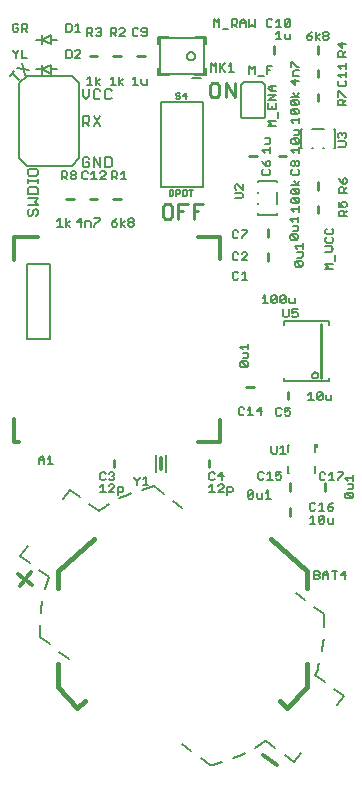
<source format=gbr>
G75*
%MOIN*%
%OFA0B0*%
%FSLAX25Y25*%
%IPPOS*%
%LPD*%
%AMOC8*
5,1,8,0,0,1.08239X$1,22.5*
%
%ADD10C,0.00600*%
%ADD11C,0.00900*%
%ADD12C,0.00500*%
%ADD13C,0.00800*%
%ADD14C,0.01000*%
%ADD15C,0.01600*%
%ADD16C,0.01200*%
%ADD17C,0.01181*%
%ADD18R,0.01378X0.01378*%
D10*
X0025891Y0227128D02*
X0025891Y0224859D01*
X0027025Y0223725D01*
X0028159Y0224859D01*
X0028159Y0227128D01*
X0031842Y0226561D02*
X0031275Y0227128D01*
X0030141Y0227128D01*
X0029574Y0226561D01*
X0029574Y0224292D01*
X0030141Y0223725D01*
X0031275Y0223725D01*
X0031842Y0224292D01*
X0035525Y0226561D02*
X0034958Y0227128D01*
X0033824Y0227128D01*
X0033257Y0226561D01*
X0033257Y0224292D01*
X0033824Y0223725D01*
X0034958Y0223725D01*
X0035525Y0224292D01*
X0028159Y0203923D02*
X0027592Y0204490D01*
X0026458Y0204490D01*
X0025891Y0203923D01*
X0025891Y0201655D01*
X0026458Y0201087D01*
X0027592Y0201087D01*
X0028159Y0201655D01*
X0028159Y0202789D01*
X0027025Y0202789D01*
X0029574Y0201087D02*
X0029574Y0204490D01*
X0031842Y0201087D01*
X0031842Y0204490D01*
X0033257Y0204490D02*
X0033257Y0201087D01*
X0034958Y0201087D01*
X0035525Y0201655D01*
X0035525Y0203923D01*
X0034958Y0204490D01*
X0033257Y0204490D01*
X0004739Y0230065D02*
X0002333Y0232471D01*
X0001531Y0231669D02*
X0003135Y0233273D01*
X0004135Y0234273D02*
X0008145Y0233471D01*
X0006541Y0231867D02*
X0005739Y0235878D01*
X0025891Y0214867D02*
X0025891Y0218270D01*
X0027592Y0218270D01*
X0028159Y0217703D01*
X0028159Y0216568D01*
X0027592Y0216001D01*
X0025891Y0216001D01*
X0027025Y0216001D02*
X0028159Y0214867D01*
X0031842Y0214867D02*
X0029574Y0218270D01*
X0031842Y0218270D02*
X0029574Y0214867D01*
X0008183Y0187116D02*
X0007616Y0186549D01*
X0007616Y0185414D01*
X0008183Y0184847D01*
X0008750Y0184847D01*
X0009317Y0185414D01*
X0009317Y0186549D01*
X0009885Y0187116D01*
X0010452Y0187116D01*
X0011019Y0186549D01*
X0011019Y0185414D01*
X0010452Y0184847D01*
X0007616Y0188530D02*
X0011019Y0188530D01*
X0009885Y0189665D01*
X0011019Y0190799D01*
X0007616Y0190799D01*
X0007616Y0192214D02*
X0011019Y0192214D01*
X0011019Y0193915D01*
X0010452Y0194482D01*
X0008183Y0194482D01*
X0007616Y0193915D01*
X0007616Y0192214D01*
X0011019Y0195897D02*
X0011019Y0197031D01*
X0011019Y0196464D02*
X0007616Y0196464D01*
X0007616Y0195897D02*
X0007616Y0197031D01*
X0007616Y0200054D02*
X0007616Y0198919D01*
X0008183Y0198352D01*
X0010452Y0198352D01*
X0011019Y0198919D01*
X0011019Y0200054D01*
X0010452Y0200621D01*
X0008183Y0200621D01*
X0007616Y0200054D01*
X0084409Y0185346D02*
X0090787Y0185346D01*
X0090787Y0196543D02*
X0084409Y0196543D01*
X0090787Y0193000D02*
X0090787Y0188890D01*
X0084409Y0192630D02*
X0084409Y0193000D01*
X0084409Y0189260D02*
X0084409Y0188890D01*
X0084409Y0196173D02*
X0084409Y0196543D01*
X0084409Y0185717D02*
X0084409Y0185346D01*
X0090787Y0185346D02*
X0090787Y0185717D01*
X0090787Y0196173D02*
X0090787Y0196543D01*
X0078677Y0218425D02*
X0078677Y0228425D01*
X0086677Y0218425D02*
X0086675Y0218365D01*
X0086670Y0218304D01*
X0086661Y0218245D01*
X0086648Y0218186D01*
X0086632Y0218127D01*
X0086612Y0218070D01*
X0086589Y0218015D01*
X0086562Y0217960D01*
X0086533Y0217908D01*
X0086500Y0217857D01*
X0086464Y0217808D01*
X0086426Y0217762D01*
X0086384Y0217718D01*
X0086340Y0217676D01*
X0086294Y0217638D01*
X0086245Y0217602D01*
X0086194Y0217569D01*
X0086142Y0217540D01*
X0086087Y0217513D01*
X0086032Y0217490D01*
X0085975Y0217470D01*
X0085916Y0217454D01*
X0085857Y0217441D01*
X0085798Y0217432D01*
X0085737Y0217427D01*
X0085677Y0217425D01*
X0086677Y0228425D02*
X0086675Y0228485D01*
X0086670Y0228546D01*
X0086661Y0228605D01*
X0086648Y0228664D01*
X0086632Y0228723D01*
X0086612Y0228780D01*
X0086589Y0228835D01*
X0086562Y0228890D01*
X0086533Y0228942D01*
X0086500Y0228993D01*
X0086464Y0229042D01*
X0086426Y0229088D01*
X0086384Y0229132D01*
X0086340Y0229174D01*
X0086294Y0229212D01*
X0086245Y0229248D01*
X0086194Y0229281D01*
X0086142Y0229310D01*
X0086087Y0229337D01*
X0086032Y0229360D01*
X0085975Y0229380D01*
X0085916Y0229396D01*
X0085857Y0229409D01*
X0085798Y0229418D01*
X0085737Y0229423D01*
X0085677Y0229425D01*
X0079677Y0229425D02*
X0079617Y0229423D01*
X0079556Y0229418D01*
X0079497Y0229409D01*
X0079438Y0229396D01*
X0079379Y0229380D01*
X0079322Y0229360D01*
X0079267Y0229337D01*
X0079212Y0229310D01*
X0079160Y0229281D01*
X0079109Y0229248D01*
X0079060Y0229212D01*
X0079014Y0229174D01*
X0078970Y0229132D01*
X0078928Y0229088D01*
X0078890Y0229042D01*
X0078854Y0228993D01*
X0078821Y0228942D01*
X0078792Y0228890D01*
X0078765Y0228835D01*
X0078742Y0228780D01*
X0078722Y0228723D01*
X0078706Y0228664D01*
X0078693Y0228605D01*
X0078684Y0228546D01*
X0078679Y0228485D01*
X0078677Y0228425D01*
X0078677Y0218425D02*
X0078679Y0218365D01*
X0078684Y0218304D01*
X0078693Y0218245D01*
X0078706Y0218186D01*
X0078722Y0218127D01*
X0078742Y0218070D01*
X0078765Y0218015D01*
X0078792Y0217960D01*
X0078821Y0217908D01*
X0078854Y0217857D01*
X0078890Y0217808D01*
X0078928Y0217762D01*
X0078970Y0217718D01*
X0079014Y0217676D01*
X0079060Y0217638D01*
X0079109Y0217602D01*
X0079160Y0217569D01*
X0079212Y0217540D01*
X0079267Y0217513D01*
X0079322Y0217490D01*
X0079379Y0217470D01*
X0079438Y0217454D01*
X0079497Y0217441D01*
X0079556Y0217432D01*
X0079617Y0217427D01*
X0079677Y0217425D01*
X0085677Y0217425D01*
X0085677Y0229425D02*
X0079677Y0229425D01*
X0086677Y0228425D02*
X0086677Y0218425D01*
X0109929Y0213819D02*
X0109929Y0207441D01*
X0098732Y0207441D02*
X0098732Y0213819D01*
X0102276Y0213819D02*
X0106386Y0213819D01*
X0102646Y0207441D02*
X0102276Y0207441D01*
X0106016Y0207441D02*
X0106386Y0207441D01*
X0099102Y0207441D02*
X0098732Y0207441D01*
X0109559Y0207441D02*
X0109929Y0207441D01*
X0109929Y0213819D02*
X0109559Y0213819D01*
X0099102Y0213819D02*
X0098732Y0213819D01*
D11*
X0054967Y0188717D02*
X0053399Y0188717D01*
X0052615Y0187933D01*
X0052615Y0184797D01*
X0053399Y0184013D01*
X0054967Y0184013D01*
X0055751Y0184797D01*
X0055751Y0187933D01*
X0054967Y0188717D01*
X0057772Y0184013D02*
X0057772Y0188717D01*
X0060908Y0188717D01*
X0059340Y0186365D02*
X0057772Y0186365D01*
X0062928Y0184013D02*
X0062928Y0188717D01*
X0066064Y0188717D01*
X0064496Y0186365D02*
X0062928Y0186365D01*
X0070715Y0229071D02*
X0069147Y0229071D01*
X0068363Y0228287D01*
X0068363Y0225151D01*
X0069147Y0224367D01*
X0070715Y0224367D01*
X0071499Y0225151D01*
X0071499Y0228287D01*
X0070715Y0229071D01*
X0073520Y0224367D02*
X0073520Y0229071D01*
X0076656Y0224367D01*
X0076656Y0229071D01*
D12*
X0109494Y0167081D02*
X0106792Y0167081D01*
X0107693Y0167981D01*
X0106792Y0168882D01*
X0109494Y0168882D01*
X0109944Y0170027D02*
X0109944Y0171829D01*
X0106792Y0172974D02*
X0108593Y0172974D01*
X0109494Y0173875D01*
X0108593Y0174775D01*
X0106792Y0174775D01*
X0107242Y0177722D02*
X0106792Y0177271D01*
X0106792Y0176371D01*
X0107242Y0175920D01*
X0109044Y0175920D01*
X0109494Y0176371D01*
X0109494Y0177271D01*
X0109044Y0177722D01*
X0107242Y0180668D02*
X0106792Y0180218D01*
X0106792Y0179317D01*
X0107242Y0178867D01*
X0109044Y0178867D01*
X0109494Y0179317D01*
X0109494Y0180218D01*
X0109044Y0180668D01*
X0081451Y0232041D02*
X0081451Y0234744D01*
X0082352Y0233843D01*
X0083252Y0234744D01*
X0083252Y0232041D01*
X0084397Y0231591D02*
X0086199Y0231591D01*
X0087344Y0232041D02*
X0087344Y0234744D01*
X0089145Y0234744D01*
X0088245Y0233392D02*
X0087344Y0233392D01*
X0069640Y0247789D02*
X0069640Y0250492D01*
X0070541Y0249591D01*
X0071441Y0250492D01*
X0071441Y0247789D01*
X0072586Y0247339D02*
X0074388Y0247339D01*
X0075533Y0247789D02*
X0075533Y0250492D01*
X0076884Y0250492D01*
X0077334Y0250041D01*
X0077334Y0249141D01*
X0076884Y0248690D01*
X0075533Y0248690D01*
X0076434Y0248690D02*
X0077334Y0247789D01*
X0078479Y0247789D02*
X0078479Y0249591D01*
X0079380Y0250492D01*
X0080281Y0249591D01*
X0080281Y0247789D01*
X0080281Y0249141D02*
X0078479Y0249141D01*
X0081426Y0250492D02*
X0081426Y0247789D01*
X0082327Y0248690D01*
X0083227Y0247789D01*
X0083227Y0250492D01*
X0103104Y0063734D02*
X0103104Y0066437D01*
X0104455Y0066437D01*
X0104906Y0065986D01*
X0104906Y0065536D01*
X0104455Y0065085D01*
X0104906Y0064635D01*
X0104906Y0064185D01*
X0104455Y0063734D01*
X0103104Y0063734D01*
X0103104Y0065085D02*
X0104455Y0065085D01*
X0106051Y0063734D02*
X0106051Y0065536D01*
X0106952Y0066437D01*
X0107852Y0065536D01*
X0107852Y0063734D01*
X0107852Y0065085D02*
X0106051Y0065085D01*
X0109898Y0063734D02*
X0109898Y0066437D01*
X0108997Y0066437D02*
X0110799Y0066437D01*
X0113295Y0063734D02*
X0113295Y0066437D01*
X0111944Y0065085D01*
X0113745Y0065085D01*
X0020427Y0240157D02*
X0020427Y0237455D01*
X0021778Y0237455D01*
X0022229Y0237905D01*
X0022229Y0239707D01*
X0021778Y0240157D01*
X0020427Y0240157D01*
X0025175Y0237455D02*
X0023374Y0237455D01*
X0025175Y0239256D01*
X0025175Y0239707D01*
X0024725Y0240157D01*
X0023824Y0240157D01*
X0023374Y0239707D01*
X0002711Y0240157D02*
X0002711Y0239707D01*
X0003611Y0238806D01*
X0004512Y0239707D01*
X0004512Y0240157D01*
X0003611Y0238806D02*
X0003611Y0237455D01*
X0005657Y0240157D02*
X0005657Y0237455D01*
X0007459Y0237455D01*
X0020427Y0249015D02*
X0020427Y0246313D01*
X0021778Y0246313D01*
X0022229Y0246763D01*
X0022229Y0248565D01*
X0021778Y0249015D01*
X0020427Y0249015D01*
X0023374Y0248115D02*
X0024274Y0249015D01*
X0024274Y0246313D01*
X0023374Y0246313D02*
X0025175Y0246313D01*
X0004512Y0248565D02*
X0004062Y0249015D01*
X0003161Y0249015D01*
X0002711Y0248565D01*
X0002711Y0246763D01*
X0003161Y0246313D01*
X0004062Y0246313D01*
X0004512Y0246763D01*
X0004512Y0247664D01*
X0003611Y0247664D01*
X0005657Y0246313D02*
X0005657Y0249015D01*
X0007008Y0249015D01*
X0007459Y0248565D01*
X0007459Y0247664D01*
X0007008Y0247214D01*
X0005657Y0247214D01*
X0006558Y0247214D02*
X0007459Y0246313D01*
X0027317Y0244837D02*
X0027317Y0247539D01*
X0028668Y0247539D01*
X0029118Y0247089D01*
X0029118Y0246188D01*
X0028668Y0245737D01*
X0027317Y0245737D01*
X0028218Y0245737D02*
X0029118Y0244837D01*
X0030263Y0247089D02*
X0030714Y0247539D01*
X0031615Y0247539D01*
X0032065Y0247089D01*
X0032065Y0246638D01*
X0031615Y0246188D01*
X0031164Y0246188D01*
X0031615Y0246188D02*
X0032065Y0245737D01*
X0032065Y0245287D01*
X0031615Y0244837D01*
X0030714Y0244837D01*
X0030263Y0245287D01*
X0027317Y0230398D02*
X0028218Y0231299D01*
X0028218Y0228596D01*
X0029118Y0228596D02*
X0027317Y0228596D01*
X0030263Y0228596D02*
X0030263Y0231299D01*
X0031615Y0228596D02*
X0030263Y0229497D01*
X0031615Y0230398D01*
X0035191Y0244837D02*
X0035191Y0247539D01*
X0036542Y0247539D01*
X0036992Y0247089D01*
X0036992Y0246188D01*
X0036542Y0245737D01*
X0035191Y0245737D01*
X0036092Y0245737D02*
X0036992Y0244837D01*
X0039939Y0244837D02*
X0038137Y0244837D01*
X0039939Y0246638D01*
X0039939Y0247089D01*
X0039489Y0247539D01*
X0038588Y0247539D01*
X0038137Y0247089D01*
X0035191Y0230398D02*
X0036092Y0231299D01*
X0036092Y0228596D01*
X0036992Y0228596D02*
X0035191Y0228596D01*
X0038137Y0228596D02*
X0038137Y0231299D01*
X0039489Y0228596D02*
X0038137Y0229497D01*
X0039489Y0230398D01*
X0077839Y0165888D02*
X0077389Y0166338D01*
X0076488Y0166338D01*
X0076037Y0165888D01*
X0076037Y0164086D01*
X0076488Y0163636D01*
X0077389Y0163636D01*
X0077839Y0164086D01*
X0078984Y0165437D02*
X0079885Y0166338D01*
X0079885Y0163636D01*
X0080785Y0163636D02*
X0078984Y0163636D01*
X0085880Y0157563D02*
X0086781Y0158464D01*
X0086781Y0155762D01*
X0087681Y0155762D02*
X0085880Y0155762D01*
X0088826Y0156212D02*
X0088826Y0158014D01*
X0089277Y0158464D01*
X0090178Y0158464D01*
X0090628Y0158014D01*
X0090628Y0156212D01*
X0090178Y0155762D01*
X0089277Y0155762D01*
X0088826Y0156212D01*
X0090628Y0158014D01*
X0091773Y0156212D02*
X0091773Y0158014D01*
X0092223Y0158464D01*
X0093124Y0158464D01*
X0093574Y0158014D01*
X0093574Y0156212D01*
X0093124Y0155762D01*
X0092223Y0155762D01*
X0091773Y0156212D01*
X0093574Y0158014D01*
X0094719Y0157563D02*
X0094719Y0156212D01*
X0095170Y0155762D01*
X0096521Y0155762D01*
X0096521Y0157563D01*
X0086081Y0200378D02*
X0085630Y0199928D01*
X0085630Y0199027D01*
X0086081Y0198577D01*
X0087882Y0198577D01*
X0088333Y0199027D01*
X0088333Y0199928D01*
X0087882Y0200378D01*
X0085630Y0203325D02*
X0086081Y0202424D01*
X0086982Y0201523D01*
X0087882Y0201523D01*
X0088333Y0201974D01*
X0088333Y0202874D01*
X0087882Y0203325D01*
X0087432Y0203325D01*
X0086982Y0202874D01*
X0086982Y0201523D01*
X0086531Y0205959D02*
X0085630Y0206859D01*
X0088333Y0206859D01*
X0088333Y0205959D02*
X0088333Y0207760D01*
X0086531Y0208905D02*
X0087882Y0208905D01*
X0088333Y0209356D01*
X0088333Y0210707D01*
X0086531Y0210707D01*
X0095923Y0200378D02*
X0095473Y0199928D01*
X0095473Y0199027D01*
X0095923Y0198577D01*
X0097725Y0198577D01*
X0098175Y0199027D01*
X0098175Y0199928D01*
X0097725Y0200378D01*
X0095923Y0201523D02*
X0095473Y0201974D01*
X0095473Y0202874D01*
X0095923Y0203325D01*
X0096374Y0203325D01*
X0096824Y0202874D01*
X0097274Y0203325D01*
X0097725Y0203325D01*
X0098175Y0202874D01*
X0098175Y0201974D01*
X0097725Y0201523D01*
X0097274Y0201523D01*
X0096824Y0201974D01*
X0096374Y0201523D01*
X0095923Y0201523D01*
X0096824Y0201974D02*
X0096824Y0202874D01*
X0096374Y0205959D02*
X0095473Y0206859D01*
X0098175Y0206859D01*
X0098175Y0205959D02*
X0098175Y0207760D01*
X0097725Y0208905D02*
X0095923Y0208905D01*
X0095473Y0209356D01*
X0095473Y0210256D01*
X0095923Y0210707D01*
X0097725Y0210707D01*
X0098175Y0210256D01*
X0098175Y0209356D01*
X0097725Y0208905D01*
X0095923Y0210707D01*
X0096374Y0211852D02*
X0097725Y0211852D01*
X0098175Y0212302D01*
X0098175Y0213653D01*
X0096374Y0213653D01*
X0113923Y0184797D02*
X0111221Y0184797D01*
X0111221Y0186148D01*
X0111671Y0186599D01*
X0112572Y0186599D01*
X0113022Y0186148D01*
X0113022Y0184797D01*
X0113022Y0185698D02*
X0113923Y0186599D01*
X0111221Y0189545D02*
X0111221Y0187744D01*
X0112572Y0187744D01*
X0112122Y0188645D01*
X0112122Y0189095D01*
X0112572Y0189545D01*
X0113473Y0189545D01*
X0113923Y0189095D01*
X0113923Y0188194D01*
X0113473Y0187744D01*
X0111426Y0229925D02*
X0110976Y0229474D01*
X0110976Y0228573D01*
X0111426Y0228123D01*
X0113228Y0228123D01*
X0113678Y0228573D01*
X0113678Y0229474D01*
X0113228Y0229925D01*
X0111877Y0231070D02*
X0110976Y0231970D01*
X0113678Y0231970D01*
X0113678Y0231070D02*
X0113678Y0232871D01*
X0111877Y0234016D02*
X0110976Y0234917D01*
X0113678Y0234917D01*
X0113678Y0234016D02*
X0113678Y0235818D01*
X0097930Y0229966D02*
X0095228Y0229966D01*
X0096579Y0228615D01*
X0096579Y0230417D01*
X0097930Y0231562D02*
X0096129Y0231562D01*
X0096129Y0232913D01*
X0096579Y0233363D01*
X0097930Y0233363D01*
X0095228Y0234508D02*
X0095228Y0236310D01*
X0095678Y0236310D01*
X0097480Y0234508D01*
X0097930Y0234508D01*
X0076527Y0190715D02*
X0078779Y0190715D01*
X0079230Y0191166D01*
X0079230Y0192066D01*
X0078779Y0192517D01*
X0076527Y0192517D01*
X0079230Y0195463D02*
X0079230Y0193662D01*
X0077428Y0195463D01*
X0076978Y0195463D01*
X0076527Y0195013D01*
X0076527Y0194112D01*
X0076978Y0193662D01*
X0092195Y0120528D02*
X0091745Y0120978D01*
X0090844Y0120978D01*
X0090393Y0120528D01*
X0090393Y0118726D01*
X0090844Y0118276D01*
X0091745Y0118276D01*
X0092195Y0118726D01*
X0095142Y0120978D02*
X0093340Y0120978D01*
X0093340Y0119627D01*
X0094241Y0120077D01*
X0094691Y0120077D01*
X0095142Y0119627D01*
X0095142Y0118726D01*
X0094691Y0118276D01*
X0093790Y0118276D01*
X0093340Y0118726D01*
X0101155Y0125328D02*
X0102055Y0126229D01*
X0102055Y0123526D01*
X0101155Y0123526D02*
X0102956Y0123526D01*
X0104101Y0123977D02*
X0104101Y0125778D01*
X0104551Y0126229D01*
X0105452Y0126229D01*
X0105903Y0125778D01*
X0105903Y0123977D01*
X0105452Y0123526D01*
X0104551Y0123526D01*
X0104101Y0123977D01*
X0105903Y0125778D01*
X0107048Y0125328D02*
X0107048Y0123977D01*
X0107498Y0123526D01*
X0108849Y0123526D01*
X0108849Y0125328D01*
X0043065Y0097933D02*
X0043065Y0097482D01*
X0043966Y0096581D01*
X0044866Y0097482D01*
X0044866Y0097933D01*
X0043966Y0096581D02*
X0043966Y0095230D01*
X0046011Y0097032D02*
X0046912Y0097933D01*
X0046912Y0095230D01*
X0046011Y0095230D02*
X0047813Y0095230D01*
X0033548Y0098959D02*
X0033097Y0099409D01*
X0032196Y0099409D01*
X0031746Y0098959D01*
X0031746Y0097157D01*
X0032196Y0096707D01*
X0033097Y0096707D01*
X0033548Y0097157D01*
X0034693Y0098959D02*
X0035143Y0099409D01*
X0036044Y0099409D01*
X0036494Y0098959D01*
X0036494Y0098508D01*
X0036044Y0098058D01*
X0035593Y0098058D01*
X0036044Y0098058D02*
X0036494Y0097607D01*
X0036494Y0097157D01*
X0036044Y0096707D01*
X0035143Y0096707D01*
X0034693Y0097157D01*
X0031746Y0094571D02*
X0032647Y0095472D01*
X0032647Y0092770D01*
X0031746Y0092770D02*
X0033548Y0092770D01*
X0036494Y0092770D02*
X0034693Y0092770D01*
X0036494Y0094571D01*
X0036494Y0095022D01*
X0036044Y0095472D01*
X0035143Y0095472D01*
X0034693Y0095022D01*
X0037639Y0091869D02*
X0037639Y0094571D01*
X0038990Y0094571D01*
X0039441Y0094121D01*
X0039441Y0093220D01*
X0038990Y0092770D01*
X0037639Y0092770D01*
X0069965Y0098959D02*
X0069515Y0099409D01*
X0068614Y0099409D01*
X0068163Y0098959D01*
X0068163Y0097157D01*
X0068614Y0096707D01*
X0069515Y0096707D01*
X0069965Y0097157D01*
X0072461Y0096707D02*
X0072461Y0099409D01*
X0071110Y0098058D01*
X0072911Y0098058D01*
X0068163Y0094571D02*
X0069064Y0095472D01*
X0069064Y0092770D01*
X0068163Y0092770D02*
X0069965Y0092770D01*
X0072911Y0092770D02*
X0071110Y0092770D01*
X0072911Y0094571D01*
X0072911Y0095022D01*
X0072461Y0095472D01*
X0071560Y0095472D01*
X0071110Y0095022D01*
X0074056Y0091869D02*
X0074056Y0094571D01*
X0075408Y0094571D01*
X0075858Y0094121D01*
X0075858Y0093220D01*
X0075408Y0092770D01*
X0074056Y0092770D01*
X0090423Y0214704D02*
X0087721Y0214704D01*
X0088622Y0215604D01*
X0087721Y0216505D01*
X0090423Y0216505D01*
X0090873Y0217650D02*
X0090873Y0219452D01*
X0087721Y0222398D02*
X0087721Y0220597D01*
X0090423Y0220597D01*
X0090423Y0222398D01*
X0089072Y0221497D02*
X0089072Y0220597D01*
X0090423Y0223543D02*
X0087721Y0223543D01*
X0090423Y0225345D01*
X0087721Y0225345D01*
X0090423Y0226490D02*
X0088622Y0226490D01*
X0087721Y0227390D01*
X0088622Y0228291D01*
X0090423Y0228291D01*
X0089072Y0228291D02*
X0089072Y0226490D01*
X0007402Y0168701D02*
X0014902Y0168701D01*
X0014902Y0143701D01*
X0007402Y0143701D01*
X0007402Y0168701D01*
X0011325Y0102089D02*
X0011325Y0103891D01*
X0012226Y0104792D01*
X0013127Y0103891D01*
X0013127Y0102089D01*
X0013127Y0103441D02*
X0011325Y0103441D01*
X0014272Y0103891D02*
X0015173Y0104792D01*
X0015173Y0102089D01*
X0014272Y0102089D02*
X0016074Y0102089D01*
X0077839Y0179667D02*
X0077389Y0180118D01*
X0076488Y0180118D01*
X0076037Y0179667D01*
X0076037Y0177866D01*
X0076488Y0177415D01*
X0077389Y0177415D01*
X0077839Y0177866D01*
X0078984Y0180118D02*
X0080785Y0180118D01*
X0080785Y0179667D01*
X0078984Y0177866D01*
X0078984Y0177415D01*
X0097233Y0176923D02*
X0095431Y0176923D01*
X0094981Y0177374D01*
X0094981Y0178274D01*
X0095431Y0178725D01*
X0097233Y0178725D01*
X0097683Y0178274D01*
X0097683Y0177374D01*
X0097233Y0176923D01*
X0095431Y0178725D01*
X0095882Y0179870D02*
X0097233Y0179870D01*
X0097683Y0180320D01*
X0097683Y0181671D01*
X0095882Y0181671D01*
X0095882Y0182816D02*
X0094981Y0183717D01*
X0097683Y0183717D01*
X0097683Y0182816D02*
X0097683Y0184618D01*
X0110976Y0207940D02*
X0113228Y0207940D01*
X0113678Y0208390D01*
X0113678Y0209291D01*
X0113228Y0209741D01*
X0110976Y0209741D01*
X0111426Y0210886D02*
X0110976Y0211337D01*
X0110976Y0212237D01*
X0111426Y0212688D01*
X0111877Y0212688D01*
X0112327Y0212237D01*
X0112327Y0211787D01*
X0112327Y0212237D02*
X0112778Y0212688D01*
X0113228Y0212688D01*
X0113678Y0212237D01*
X0113678Y0211337D01*
X0113228Y0210886D01*
X0066457Y0244094D02*
X0066457Y0232283D01*
X0051654Y0232283D01*
X0051654Y0244094D01*
X0066457Y0244094D01*
X0060616Y0238189D02*
X0060618Y0238263D01*
X0060624Y0238337D01*
X0060634Y0238410D01*
X0060647Y0238483D01*
X0060665Y0238555D01*
X0060686Y0238626D01*
X0060712Y0238696D01*
X0060740Y0238764D01*
X0060773Y0238831D01*
X0060809Y0238896D01*
X0060848Y0238958D01*
X0060891Y0239019D01*
X0060936Y0239077D01*
X0060985Y0239133D01*
X0061037Y0239186D01*
X0061091Y0239237D01*
X0061148Y0239284D01*
X0061208Y0239328D01*
X0061270Y0239369D01*
X0061334Y0239407D01*
X0061399Y0239441D01*
X0061467Y0239471D01*
X0061536Y0239498D01*
X0061606Y0239522D01*
X0061678Y0239541D01*
X0061750Y0239557D01*
X0061823Y0239569D01*
X0061897Y0239577D01*
X0061971Y0239581D01*
X0062045Y0239581D01*
X0062119Y0239577D01*
X0062193Y0239569D01*
X0062266Y0239557D01*
X0062338Y0239541D01*
X0062410Y0239522D01*
X0062480Y0239498D01*
X0062549Y0239471D01*
X0062617Y0239441D01*
X0062682Y0239407D01*
X0062746Y0239369D01*
X0062808Y0239328D01*
X0062868Y0239284D01*
X0062925Y0239237D01*
X0062979Y0239186D01*
X0063031Y0239133D01*
X0063080Y0239077D01*
X0063125Y0239019D01*
X0063168Y0238958D01*
X0063207Y0238896D01*
X0063243Y0238831D01*
X0063276Y0238764D01*
X0063304Y0238696D01*
X0063330Y0238626D01*
X0063351Y0238555D01*
X0063369Y0238483D01*
X0063382Y0238410D01*
X0063392Y0238337D01*
X0063398Y0238263D01*
X0063400Y0238189D01*
X0063398Y0238115D01*
X0063392Y0238041D01*
X0063382Y0237968D01*
X0063369Y0237895D01*
X0063351Y0237823D01*
X0063330Y0237752D01*
X0063304Y0237682D01*
X0063276Y0237614D01*
X0063243Y0237547D01*
X0063207Y0237482D01*
X0063168Y0237420D01*
X0063125Y0237359D01*
X0063080Y0237301D01*
X0063031Y0237245D01*
X0062979Y0237192D01*
X0062925Y0237141D01*
X0062868Y0237094D01*
X0062808Y0237050D01*
X0062746Y0237009D01*
X0062682Y0236971D01*
X0062617Y0236937D01*
X0062549Y0236907D01*
X0062480Y0236880D01*
X0062410Y0236856D01*
X0062338Y0236837D01*
X0062266Y0236821D01*
X0062193Y0236809D01*
X0062119Y0236801D01*
X0062045Y0236797D01*
X0061971Y0236797D01*
X0061897Y0236801D01*
X0061823Y0236809D01*
X0061750Y0236821D01*
X0061678Y0236837D01*
X0061606Y0236856D01*
X0061536Y0236880D01*
X0061467Y0236907D01*
X0061399Y0236937D01*
X0061334Y0236971D01*
X0061270Y0237009D01*
X0061208Y0237050D01*
X0061148Y0237094D01*
X0061091Y0237141D01*
X0061037Y0237192D01*
X0060985Y0237245D01*
X0060936Y0237301D01*
X0060891Y0237359D01*
X0060848Y0237420D01*
X0060809Y0237482D01*
X0060773Y0237547D01*
X0060740Y0237614D01*
X0060712Y0237682D01*
X0060686Y0237752D01*
X0060665Y0237823D01*
X0060647Y0237895D01*
X0060634Y0237968D01*
X0060624Y0238041D01*
X0060618Y0238115D01*
X0060616Y0238189D01*
X0062402Y0230906D02*
X0065354Y0230906D01*
X0066929Y0242126D02*
X0066929Y0244488D01*
X0063386Y0244488D01*
X0066929Y0234252D02*
X0066929Y0231890D01*
X0063386Y0231890D01*
X0054724Y0231890D02*
X0051181Y0231890D01*
X0051181Y0234252D01*
X0054724Y0244488D02*
X0051181Y0244488D01*
X0051181Y0242126D01*
X0068656Y0233026D02*
X0068656Y0235728D01*
X0069556Y0234827D01*
X0070457Y0235728D01*
X0070457Y0233026D01*
X0071602Y0233026D02*
X0071602Y0235728D01*
X0071602Y0233926D02*
X0073404Y0235728D01*
X0072052Y0234377D02*
X0073404Y0233026D01*
X0074549Y0234827D02*
X0075449Y0235728D01*
X0075449Y0233026D01*
X0074549Y0233026D02*
X0076350Y0233026D01*
X0044374Y0247089D02*
X0043924Y0247539D01*
X0043023Y0247539D01*
X0042573Y0247089D01*
X0042573Y0245287D01*
X0043023Y0244837D01*
X0043924Y0244837D01*
X0044374Y0245287D01*
X0045519Y0245287D02*
X0045970Y0244837D01*
X0046870Y0244837D01*
X0047321Y0245287D01*
X0047321Y0247089D01*
X0046870Y0247539D01*
X0045970Y0247539D01*
X0045519Y0247089D01*
X0045519Y0246638D01*
X0045970Y0246188D01*
X0047321Y0246188D01*
X0042573Y0230398D02*
X0043474Y0231299D01*
X0043474Y0228596D01*
X0044374Y0228596D02*
X0042573Y0228596D01*
X0045519Y0230398D02*
X0045519Y0229047D01*
X0045970Y0228596D01*
X0047321Y0228596D01*
X0047321Y0230398D01*
X0113923Y0192671D02*
X0111221Y0192671D01*
X0111221Y0194022D01*
X0111671Y0194473D01*
X0112572Y0194473D01*
X0113022Y0194022D01*
X0113022Y0192671D01*
X0113022Y0193572D02*
X0113923Y0194473D01*
X0111221Y0197419D02*
X0111671Y0196519D01*
X0112572Y0195618D01*
X0113473Y0195618D01*
X0113923Y0196068D01*
X0113923Y0196969D01*
X0113473Y0197419D01*
X0113022Y0197419D01*
X0112572Y0196969D01*
X0112572Y0195618D01*
X0096374Y0186274D02*
X0095473Y0187174D01*
X0098175Y0187174D01*
X0098175Y0186274D02*
X0098175Y0188075D01*
X0097725Y0189220D02*
X0095923Y0189220D01*
X0095473Y0189671D01*
X0095473Y0190571D01*
X0095923Y0191022D01*
X0097725Y0191022D01*
X0098175Y0190571D01*
X0098175Y0189671D01*
X0097725Y0189220D01*
X0095923Y0191022D01*
X0097725Y0192167D02*
X0095923Y0192167D01*
X0095473Y0192617D01*
X0095473Y0193518D01*
X0095923Y0193968D01*
X0097725Y0193968D01*
X0098175Y0193518D01*
X0098175Y0192617D01*
X0097725Y0192167D01*
X0095923Y0193968D01*
X0095473Y0195113D02*
X0098175Y0195113D01*
X0098175Y0196464D02*
X0097274Y0195113D01*
X0096374Y0196464D01*
X0113678Y0237959D02*
X0110976Y0237959D01*
X0110976Y0239310D01*
X0111426Y0239761D01*
X0112327Y0239761D01*
X0112778Y0239310D01*
X0112778Y0237959D01*
X0112778Y0238860D02*
X0113678Y0239761D01*
X0113678Y0242257D02*
X0110976Y0242257D01*
X0112327Y0240906D01*
X0112327Y0242707D01*
X0102463Y0246307D02*
X0101562Y0245857D01*
X0100661Y0244956D01*
X0100661Y0244055D01*
X0101112Y0243605D01*
X0102013Y0243605D01*
X0102463Y0244055D01*
X0102463Y0244506D01*
X0102013Y0244956D01*
X0100661Y0244956D01*
X0103608Y0243605D02*
X0103608Y0246307D01*
X0104959Y0243605D02*
X0103608Y0244506D01*
X0104959Y0245407D01*
X0106063Y0245857D02*
X0106514Y0246307D01*
X0107414Y0246307D01*
X0107865Y0245857D01*
X0107865Y0245407D01*
X0107414Y0244956D01*
X0107865Y0244506D01*
X0107865Y0244055D01*
X0107414Y0243605D01*
X0106514Y0243605D01*
X0106063Y0244055D01*
X0106063Y0244506D01*
X0106514Y0244956D01*
X0106063Y0245407D01*
X0106063Y0245857D01*
X0106514Y0244956D02*
X0107414Y0244956D01*
X0113678Y0221719D02*
X0110976Y0221719D01*
X0110976Y0223070D01*
X0111426Y0223521D01*
X0112327Y0223521D01*
X0112778Y0223070D01*
X0112778Y0221719D01*
X0112778Y0222620D02*
X0113678Y0223521D01*
X0110976Y0224666D02*
X0110976Y0226467D01*
X0111426Y0226467D01*
X0113228Y0224666D01*
X0113678Y0224666D01*
X0096129Y0215825D02*
X0095228Y0216726D01*
X0097930Y0216726D01*
X0097930Y0215825D02*
X0097930Y0217627D01*
X0097480Y0218772D02*
X0095678Y0218772D01*
X0095228Y0219222D01*
X0095228Y0220123D01*
X0095678Y0220573D01*
X0097480Y0220573D01*
X0097930Y0220123D01*
X0097930Y0219222D01*
X0097480Y0218772D01*
X0095678Y0220573D01*
X0097480Y0221718D02*
X0095678Y0221718D01*
X0095228Y0222169D01*
X0095228Y0223069D01*
X0095678Y0223520D01*
X0097480Y0223520D01*
X0097930Y0223069D01*
X0097930Y0222169D01*
X0097480Y0221718D01*
X0095678Y0223520D01*
X0095228Y0224665D02*
X0097930Y0224665D01*
X0097930Y0226016D02*
X0097030Y0224665D01*
X0096129Y0226016D01*
X0089158Y0250041D02*
X0088707Y0250492D01*
X0087807Y0250492D01*
X0087356Y0250041D01*
X0087356Y0248240D01*
X0087807Y0247789D01*
X0088707Y0247789D01*
X0089158Y0248240D01*
X0090303Y0249591D02*
X0091204Y0250492D01*
X0091204Y0247789D01*
X0092104Y0247789D02*
X0090303Y0247789D01*
X0093249Y0248240D02*
X0093249Y0250041D01*
X0093700Y0250492D01*
X0094600Y0250492D01*
X0095051Y0250041D01*
X0095051Y0248240D01*
X0094600Y0247789D01*
X0093700Y0247789D01*
X0093249Y0248240D01*
X0095051Y0250041D01*
X0090309Y0245654D02*
X0091210Y0246555D01*
X0091210Y0243852D01*
X0090309Y0243852D02*
X0092111Y0243852D01*
X0093256Y0245654D02*
X0093256Y0244303D01*
X0093706Y0243852D01*
X0095057Y0243852D01*
X0095057Y0245654D01*
X0022264Y0201535D02*
X0007264Y0201535D01*
X0004764Y0204035D01*
X0022264Y0201535D02*
X0024764Y0204035D01*
X0024764Y0229035D01*
X0022264Y0231535D01*
X0007264Y0231535D01*
X0004764Y0229035D01*
X0004764Y0204035D01*
X0018951Y0197100D02*
X0018951Y0199803D01*
X0020302Y0199803D01*
X0020752Y0199352D01*
X0020752Y0198452D01*
X0020302Y0198001D01*
X0018951Y0198001D01*
X0019852Y0198001D02*
X0020752Y0197100D01*
X0021897Y0199352D02*
X0022348Y0199803D01*
X0023248Y0199803D01*
X0023699Y0199352D01*
X0023699Y0198902D01*
X0023248Y0198452D01*
X0023699Y0198001D01*
X0023699Y0197551D01*
X0023248Y0197100D01*
X0022348Y0197100D01*
X0021897Y0197551D01*
X0021897Y0198001D01*
X0022348Y0198452D01*
X0021897Y0198902D01*
X0021897Y0199352D01*
X0022348Y0198452D02*
X0023248Y0198452D01*
X0017474Y0183154D02*
X0018375Y0184055D01*
X0018375Y0181352D01*
X0017474Y0181352D02*
X0019276Y0181352D01*
X0020421Y0181352D02*
X0020421Y0184055D01*
X0021772Y0181352D02*
X0020421Y0182253D01*
X0021772Y0183154D01*
X0077800Y0172325D02*
X0077349Y0172775D01*
X0076448Y0172775D01*
X0075998Y0172325D01*
X0075998Y0170523D01*
X0076448Y0170073D01*
X0077349Y0170073D01*
X0077800Y0170523D01*
X0080746Y0170073D02*
X0078945Y0170073D01*
X0080746Y0171874D01*
X0080746Y0172325D01*
X0080296Y0172775D01*
X0079395Y0172775D01*
X0078945Y0172325D01*
X0098827Y0168026D02*
X0097026Y0168026D01*
X0096575Y0168476D01*
X0096575Y0169377D01*
X0097026Y0169827D01*
X0098827Y0169827D01*
X0099278Y0169377D01*
X0099278Y0168476D01*
X0098827Y0168026D01*
X0097026Y0169827D01*
X0097476Y0170972D02*
X0098827Y0170972D01*
X0099278Y0171422D01*
X0099278Y0172774D01*
X0097476Y0172774D01*
X0097476Y0173919D02*
X0096575Y0174819D01*
X0099278Y0174819D01*
X0099278Y0173919D02*
X0099278Y0175720D01*
X0027642Y0199352D02*
X0027192Y0199803D01*
X0026291Y0199803D01*
X0025841Y0199352D01*
X0025841Y0197551D01*
X0026291Y0197100D01*
X0027192Y0197100D01*
X0027642Y0197551D01*
X0028787Y0198902D02*
X0029688Y0199803D01*
X0029688Y0197100D01*
X0028787Y0197100D02*
X0030589Y0197100D01*
X0033535Y0197100D02*
X0031734Y0197100D01*
X0033535Y0198902D01*
X0033535Y0199352D01*
X0033085Y0199803D01*
X0032184Y0199803D01*
X0031734Y0199352D01*
X0025223Y0181352D02*
X0025223Y0184055D01*
X0023872Y0182704D01*
X0025674Y0182704D01*
X0026819Y0181352D02*
X0026819Y0183154D01*
X0028170Y0183154D01*
X0028620Y0182704D01*
X0028620Y0181352D01*
X0029765Y0184055D02*
X0031567Y0184055D01*
X0031567Y0183604D01*
X0029765Y0181803D01*
X0029765Y0181352D01*
X0079768Y0120652D02*
X0079318Y0121102D01*
X0078417Y0121102D01*
X0077967Y0120652D01*
X0077967Y0118850D01*
X0078417Y0118400D01*
X0079318Y0118400D01*
X0079768Y0118850D01*
X0080913Y0120201D02*
X0081814Y0121102D01*
X0081814Y0118400D01*
X0080913Y0118400D02*
X0082715Y0118400D01*
X0085211Y0118400D02*
X0085211Y0121102D01*
X0083860Y0119751D01*
X0085661Y0119751D01*
X0080619Y0134561D02*
X0078817Y0134561D01*
X0078367Y0135011D01*
X0078367Y0135912D01*
X0078817Y0136363D01*
X0080619Y0136363D01*
X0081069Y0135912D01*
X0081069Y0135011D01*
X0080619Y0134561D01*
X0078817Y0136363D01*
X0079267Y0137508D02*
X0080619Y0137508D01*
X0081069Y0137958D01*
X0081069Y0139309D01*
X0079267Y0139309D01*
X0079267Y0140454D02*
X0078367Y0141355D01*
X0081069Y0141355D01*
X0081069Y0140454D02*
X0081069Y0142256D01*
X0035683Y0197100D02*
X0035683Y0199803D01*
X0037034Y0199803D01*
X0037485Y0199352D01*
X0037485Y0198452D01*
X0037034Y0198001D01*
X0035683Y0198001D01*
X0036584Y0198001D02*
X0037485Y0197100D01*
X0038630Y0198902D02*
X0039530Y0199803D01*
X0039530Y0197100D01*
X0038630Y0197100D02*
X0040431Y0197100D01*
X0037485Y0184055D02*
X0036584Y0183604D01*
X0035683Y0182704D01*
X0035683Y0181803D01*
X0036133Y0181352D01*
X0037034Y0181352D01*
X0037485Y0181803D01*
X0037485Y0182253D01*
X0037034Y0182704D01*
X0035683Y0182704D01*
X0038630Y0184055D02*
X0038630Y0181352D01*
X0039981Y0181352D02*
X0038630Y0182253D01*
X0039981Y0183154D01*
X0041085Y0183604D02*
X0041535Y0184055D01*
X0042436Y0184055D01*
X0042887Y0183604D01*
X0042887Y0183154D01*
X0042436Y0182704D01*
X0042887Y0182253D01*
X0042887Y0181803D01*
X0042436Y0181352D01*
X0041535Y0181352D01*
X0041085Y0181803D01*
X0041085Y0182253D01*
X0041535Y0182704D01*
X0041085Y0183154D01*
X0041085Y0183604D01*
X0041535Y0182704D02*
X0042436Y0182704D01*
X0102394Y0131764D02*
X0102396Y0131827D01*
X0102402Y0131889D01*
X0102412Y0131951D01*
X0102425Y0132013D01*
X0102443Y0132073D01*
X0102464Y0132132D01*
X0102489Y0132190D01*
X0102518Y0132246D01*
X0102550Y0132300D01*
X0102585Y0132352D01*
X0102623Y0132401D01*
X0102665Y0132449D01*
X0102709Y0132493D01*
X0102757Y0132535D01*
X0102806Y0132573D01*
X0102858Y0132608D01*
X0102912Y0132640D01*
X0102968Y0132669D01*
X0103026Y0132694D01*
X0103085Y0132715D01*
X0103145Y0132733D01*
X0103207Y0132746D01*
X0103269Y0132756D01*
X0103331Y0132762D01*
X0103394Y0132764D01*
X0103457Y0132762D01*
X0103519Y0132756D01*
X0103581Y0132746D01*
X0103643Y0132733D01*
X0103703Y0132715D01*
X0103762Y0132694D01*
X0103820Y0132669D01*
X0103876Y0132640D01*
X0103930Y0132608D01*
X0103982Y0132573D01*
X0104031Y0132535D01*
X0104079Y0132493D01*
X0104123Y0132449D01*
X0104165Y0132401D01*
X0104203Y0132352D01*
X0104238Y0132300D01*
X0104270Y0132246D01*
X0104299Y0132190D01*
X0104324Y0132132D01*
X0104345Y0132073D01*
X0104363Y0132013D01*
X0104376Y0131951D01*
X0104386Y0131889D01*
X0104392Y0131827D01*
X0104394Y0131764D01*
X0104392Y0131701D01*
X0104386Y0131639D01*
X0104376Y0131577D01*
X0104363Y0131515D01*
X0104345Y0131455D01*
X0104324Y0131396D01*
X0104299Y0131338D01*
X0104270Y0131282D01*
X0104238Y0131228D01*
X0104203Y0131176D01*
X0104165Y0131127D01*
X0104123Y0131079D01*
X0104079Y0131035D01*
X0104031Y0130993D01*
X0103982Y0130955D01*
X0103930Y0130920D01*
X0103876Y0130888D01*
X0103820Y0130859D01*
X0103762Y0130834D01*
X0103703Y0130813D01*
X0103643Y0130795D01*
X0103581Y0130782D01*
X0103519Y0130772D01*
X0103457Y0130766D01*
X0103394Y0130764D01*
X0103331Y0130766D01*
X0103269Y0130772D01*
X0103207Y0130782D01*
X0103145Y0130795D01*
X0103085Y0130813D01*
X0103026Y0130834D01*
X0102968Y0130859D01*
X0102912Y0130888D01*
X0102858Y0130920D01*
X0102806Y0130955D01*
X0102757Y0130993D01*
X0102709Y0131035D01*
X0102665Y0131079D01*
X0102623Y0131127D01*
X0102585Y0131176D01*
X0102550Y0131228D01*
X0102518Y0131282D01*
X0102489Y0131338D01*
X0102464Y0131396D01*
X0102443Y0131455D01*
X0102425Y0131515D01*
X0102412Y0131577D01*
X0102402Y0131639D01*
X0102396Y0131701D01*
X0102394Y0131764D01*
X0092782Y0153788D02*
X0092782Y0151536D01*
X0093233Y0151085D01*
X0094133Y0151085D01*
X0094584Y0151536D01*
X0094584Y0153788D01*
X0097530Y0153788D02*
X0095729Y0153788D01*
X0095729Y0152437D01*
X0096629Y0152887D01*
X0097080Y0152887D01*
X0097530Y0152437D01*
X0097530Y0151536D01*
X0097080Y0151085D01*
X0096179Y0151085D01*
X0095729Y0151536D01*
X0058363Y0225496D02*
X0058046Y0225813D01*
X0057412Y0225813D01*
X0057095Y0225496D01*
X0057095Y0225179D01*
X0057412Y0224862D01*
X0058046Y0224862D01*
X0058363Y0224545D01*
X0058363Y0224228D01*
X0058046Y0223911D01*
X0057412Y0223911D01*
X0057095Y0224228D01*
X0060256Y0223911D02*
X0060256Y0225813D01*
X0059305Y0224862D01*
X0060573Y0224862D01*
X0054885Y0193413D02*
X0054885Y0191511D01*
X0055836Y0191511D01*
X0056153Y0191828D01*
X0056153Y0193096D01*
X0055836Y0193413D01*
X0054885Y0193413D01*
X0057095Y0191511D02*
X0057095Y0193413D01*
X0058046Y0193413D01*
X0058363Y0193096D01*
X0058363Y0192462D01*
X0058046Y0192145D01*
X0057095Y0192145D01*
X0059305Y0193413D02*
X0059305Y0191511D01*
X0060256Y0191511D01*
X0060573Y0191828D01*
X0060573Y0193096D01*
X0060256Y0193413D01*
X0059305Y0193413D01*
X0062149Y0193413D02*
X0062149Y0191511D01*
X0061515Y0193413D02*
X0062783Y0193413D01*
X0086263Y0099164D02*
X0085813Y0099615D01*
X0084912Y0099615D01*
X0084462Y0099164D01*
X0084462Y0097363D01*
X0084912Y0096912D01*
X0085813Y0096912D01*
X0086263Y0097363D01*
X0087408Y0098714D02*
X0088309Y0099615D01*
X0088309Y0096912D01*
X0087408Y0096912D02*
X0089210Y0096912D01*
X0092156Y0099615D02*
X0090355Y0099615D01*
X0090355Y0098263D01*
X0091255Y0098714D01*
X0091706Y0098714D01*
X0092156Y0098263D01*
X0092156Y0097363D01*
X0091706Y0096912D01*
X0090805Y0096912D01*
X0090355Y0097363D01*
X0081017Y0091122D02*
X0081017Y0092924D01*
X0081467Y0093374D01*
X0082368Y0093374D01*
X0082818Y0092924D01*
X0082818Y0091122D01*
X0082368Y0090672D01*
X0081467Y0090672D01*
X0081017Y0091122D01*
X0082818Y0092924D01*
X0083963Y0092474D02*
X0083963Y0091122D01*
X0084414Y0090672D01*
X0085765Y0090672D01*
X0085765Y0092474D01*
X0086910Y0092474D02*
X0087811Y0093374D01*
X0087811Y0090672D01*
X0088711Y0090672D02*
X0086910Y0090672D01*
X0103488Y0088829D02*
X0103037Y0089280D01*
X0102136Y0089280D01*
X0101686Y0088829D01*
X0101686Y0087028D01*
X0102136Y0086578D01*
X0103037Y0086578D01*
X0103488Y0087028D01*
X0104633Y0088379D02*
X0105533Y0089280D01*
X0105533Y0086578D01*
X0104633Y0086578D02*
X0106434Y0086578D01*
X0109381Y0089280D02*
X0108480Y0088829D01*
X0107579Y0087929D01*
X0107579Y0087028D01*
X0108029Y0086578D01*
X0108930Y0086578D01*
X0109381Y0087028D01*
X0109381Y0087478D01*
X0108930Y0087929D01*
X0107579Y0087929D01*
X0101686Y0084107D02*
X0102587Y0085008D01*
X0102587Y0082306D01*
X0101686Y0082306D02*
X0103488Y0082306D01*
X0104633Y0082756D02*
X0104633Y0084558D01*
X0105083Y0085008D01*
X0105984Y0085008D01*
X0106434Y0084558D01*
X0106434Y0082756D01*
X0105984Y0082306D01*
X0105083Y0082306D01*
X0104633Y0082756D01*
X0106434Y0084558D01*
X0107579Y0084107D02*
X0107579Y0082756D01*
X0108029Y0082306D01*
X0109381Y0082306D01*
X0109381Y0084107D01*
X0106835Y0098998D02*
X0106385Y0099448D01*
X0105484Y0099448D01*
X0105033Y0098998D01*
X0105033Y0097196D01*
X0105484Y0096746D01*
X0106385Y0096746D01*
X0106835Y0097196D01*
X0107980Y0098548D02*
X0108881Y0099448D01*
X0108881Y0096746D01*
X0107980Y0096746D02*
X0109782Y0096746D01*
X0110927Y0099448D02*
X0112728Y0099448D01*
X0112728Y0098998D01*
X0110927Y0097196D01*
X0110927Y0096746D01*
X0115559Y0090762D02*
X0113758Y0090762D01*
X0113308Y0091212D01*
X0113308Y0092113D01*
X0113758Y0092563D01*
X0115559Y0092563D01*
X0116010Y0092113D01*
X0116010Y0091212D01*
X0115559Y0090762D01*
X0113758Y0092563D01*
X0114208Y0093708D02*
X0115559Y0093708D01*
X0116010Y0094159D01*
X0116010Y0095510D01*
X0114208Y0095510D01*
X0114208Y0096655D02*
X0113308Y0097556D01*
X0116010Y0097556D01*
X0116010Y0098456D02*
X0116010Y0096655D01*
X0088845Y0108315D02*
X0088845Y0106063D01*
X0089296Y0105613D01*
X0090196Y0105613D01*
X0090647Y0106063D01*
X0090647Y0108315D01*
X0091792Y0107415D02*
X0092692Y0108315D01*
X0092692Y0105613D01*
X0091792Y0105613D02*
X0093593Y0105613D01*
D13*
X0015256Y0235236D02*
X0015256Y0233760D01*
X0015256Y0232283D01*
X0012303Y0233760D01*
X0015256Y0235236D01*
X0012303Y0232283D02*
X0012303Y0233760D01*
X0012303Y0235236D01*
X0012303Y0233760D02*
X0010335Y0233760D01*
X0015256Y0233760D02*
X0017224Y0233760D01*
X0015256Y0245079D02*
X0015256Y0243602D01*
X0015256Y0242126D01*
X0012303Y0243602D01*
X0015256Y0245079D01*
X0012303Y0242126D02*
X0012303Y0243602D01*
X0012303Y0245079D01*
X0012303Y0243602D02*
X0010335Y0243602D01*
X0015256Y0243602D02*
X0017224Y0243602D01*
X0053839Y0105315D02*
X0053839Y0099409D01*
X0050492Y0099409D02*
X0050492Y0105315D01*
X0024901Y0091219D02*
X0021756Y0093589D01*
X0028045Y0088850D02*
X0031189Y0086481D01*
X0021756Y0093589D02*
X0019387Y0090445D01*
X0007540Y0074723D02*
X0005171Y0071579D01*
X0008315Y0069210D01*
X0011459Y0066840D02*
X0014604Y0064471D01*
X0110570Y0021733D02*
X0112939Y0024878D01*
X0109795Y0027247D01*
X0106651Y0029616D02*
X0103507Y0031986D01*
X0098723Y0006012D02*
X0096354Y0002868D01*
X0093210Y0005237D01*
X0090065Y0007607D02*
X0086921Y0009976D01*
X0014946Y0042029D02*
X0011802Y0044399D01*
X0018091Y0039660D02*
X0021235Y0037291D01*
X0058966Y0008858D02*
X0062110Y0006489D01*
X0065254Y0004120D02*
X0068398Y0001750D01*
X0031189Y0086480D02*
X0032039Y0087090D01*
X0032902Y0087681D01*
X0033778Y0088253D01*
X0034666Y0088805D01*
X0038113Y0090704D02*
X0039054Y0091160D01*
X0040005Y0091595D01*
X0040966Y0092009D01*
X0041935Y0092402D01*
X0045656Y0093685D02*
X0046661Y0093974D01*
X0047673Y0094240D01*
X0048690Y0094484D01*
X0049712Y0094706D01*
X0104783Y0035969D02*
X0104497Y0034963D01*
X0104189Y0033963D01*
X0103858Y0032971D01*
X0103506Y0031986D01*
X0105658Y0039806D02*
X0105837Y0040836D01*
X0105993Y0041870D01*
X0106126Y0042908D01*
X0106237Y0043948D01*
X0106445Y0047878D02*
X0106445Y0048924D01*
X0106423Y0049970D01*
X0106377Y0051015D01*
X0106308Y0052058D01*
X0014604Y0064471D02*
X0014252Y0063486D01*
X0013921Y0062494D01*
X0013613Y0061494D01*
X0013327Y0060488D01*
X0012452Y0056651D02*
X0012273Y0055621D01*
X0012117Y0054587D01*
X0011984Y0053549D01*
X0011873Y0052509D01*
X0011665Y0048579D02*
X0011665Y0047533D01*
X0011687Y0046487D01*
X0011733Y0045442D01*
X0011802Y0044399D01*
X0083444Y0007651D02*
X0084332Y0008203D01*
X0085208Y0008775D01*
X0086071Y0009366D01*
X0086921Y0009976D01*
X0079997Y0005752D02*
X0079056Y0005296D01*
X0078105Y0004861D01*
X0077144Y0004447D01*
X0076175Y0004054D01*
X0072454Y0002771D02*
X0071449Y0002482D01*
X0070437Y0002216D01*
X0069420Y0001972D01*
X0068398Y0001750D01*
X0052856Y0092337D02*
X0049712Y0094706D01*
X0056000Y0089968D02*
X0059145Y0087598D01*
X0103164Y0054427D02*
X0106308Y0052058D01*
X0100020Y0056797D02*
X0096875Y0059166D01*
X0092894Y0131014D02*
X0092894Y0129764D01*
X0107894Y0129764D01*
X0107894Y0131014D01*
X0107894Y0148514D02*
X0107894Y0149764D01*
X0092894Y0149764D01*
X0092894Y0148514D01*
X0065945Y0222835D02*
X0052165Y0222835D01*
X0052165Y0194488D01*
X0065945Y0194488D01*
X0065945Y0222835D01*
X0103445Y0108366D02*
X0103445Y0106201D01*
X0103445Y0101476D02*
X0103445Y0099311D01*
X0094390Y0099311D02*
X0094390Y0101476D01*
X0094390Y0106201D02*
X0094390Y0108366D01*
X0094587Y0108366D01*
X0094587Y0099311D02*
X0094390Y0099311D01*
X0103248Y0099311D02*
X0103445Y0099311D01*
X0103445Y0108366D02*
X0103248Y0108366D01*
D14*
X0030778Y0238189D02*
X0028278Y0238189D01*
X0036152Y0238189D02*
X0038652Y0238189D01*
X0081427Y0204724D02*
X0083927Y0204724D01*
X0091270Y0204724D02*
X0093770Y0204724D01*
X0104331Y0188258D02*
X0104331Y0185758D01*
X0104331Y0231033D02*
X0104331Y0233533D01*
X0094488Y0126250D02*
X0094488Y0123750D01*
X0036417Y0103612D02*
X0036417Y0101112D01*
X0067913Y0101112D02*
X0067913Y0103612D01*
X0087598Y0177884D02*
X0087598Y0180384D01*
X0046526Y0238189D02*
X0044026Y0238189D01*
X0104331Y0196132D02*
X0104331Y0193632D01*
X0104331Y0238907D02*
X0104331Y0241407D01*
X0104331Y0225659D02*
X0104331Y0223159D01*
X0089567Y0238907D02*
X0089567Y0241407D01*
X0022904Y0190453D02*
X0020404Y0190453D01*
X0087598Y0172510D02*
X0087598Y0170010D01*
X0030778Y0190453D02*
X0028278Y0190453D01*
X0080443Y0127953D02*
X0082943Y0127953D01*
X0038652Y0190453D02*
X0036152Y0190453D01*
X0105394Y0148764D02*
X0105394Y0130764D01*
X0094980Y0095738D02*
X0094980Y0093238D01*
X0094980Y0087372D02*
X0094980Y0084872D01*
X0106791Y0093238D02*
X0106791Y0095738D01*
D15*
X0029528Y0077165D02*
X0017520Y0066535D01*
X0088583Y0077165D02*
X0100591Y0066535D01*
X0100591Y0027815D02*
X0094055Y0020728D01*
X0024055Y0020728D02*
X0017520Y0027815D01*
X0100591Y0060827D02*
X0100591Y0066535D01*
X0017520Y0066535D02*
X0017520Y0060827D01*
X0017520Y0035630D02*
X0017520Y0027815D01*
X0100591Y0027815D02*
X0100591Y0035630D01*
X0026555Y0023228D02*
X0024055Y0020728D01*
X0091555Y0023228D02*
X0094055Y0020728D01*
D16*
X0052165Y0100394D02*
X0052165Y0104331D01*
X0009173Y0062011D02*
X0004484Y0065545D01*
X0008595Y0066123D02*
X0005062Y0061434D01*
X0086150Y0005237D02*
X0090840Y0001704D01*
D17*
X0003150Y0117323D02*
X0003150Y0109449D01*
X0004626Y0109449D01*
X0011024Y0177953D02*
X0003150Y0177953D01*
X0003150Y0170079D01*
X0071654Y0170571D02*
X0071654Y0177953D01*
X0064272Y0177953D01*
X0064272Y0109449D02*
X0071654Y0109449D01*
X0071654Y0116831D01*
D18*
X0103740Y0108071D03*
M02*

</source>
